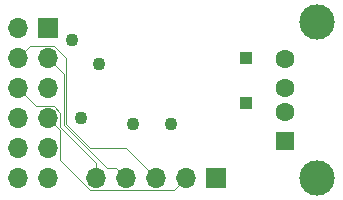
<source format=gbr>
G04 #@! TF.GenerationSoftware,KiCad,Pcbnew,5.1.6-c6e7f7d~86~ubuntu18.04.1*
G04 #@! TF.CreationDate,2021-05-10T21:06:11-07:00*
G04 #@! TF.ProjectId,usb_host_pmod,7573625f-686f-4737-945f-706d6f642e6b,rev?*
G04 #@! TF.SameCoordinates,Original*
G04 #@! TF.FileFunction,Copper,L4,Bot*
G04 #@! TF.FilePolarity,Positive*
%FSLAX46Y46*%
G04 Gerber Fmt 4.6, Leading zero omitted, Abs format (unit mm)*
G04 Created by KiCad (PCBNEW 5.1.6-c6e7f7d~86~ubuntu18.04.1) date 2021-05-10 21:06:11*
%MOMM*%
%LPD*%
G01*
G04 APERTURE LIST*
G04 #@! TA.AperFunction,ComponentPad*
%ADD10R,1.000000X1.000000*%
G04 #@! TD*
G04 #@! TA.AperFunction,ComponentPad*
%ADD11C,1.600000*%
G04 #@! TD*
G04 #@! TA.AperFunction,ComponentPad*
%ADD12R,1.600000X1.600000*%
G04 #@! TD*
G04 #@! TA.AperFunction,ComponentPad*
%ADD13C,3.000000*%
G04 #@! TD*
G04 #@! TA.AperFunction,ComponentPad*
%ADD14O,1.700000X1.700000*%
G04 #@! TD*
G04 #@! TA.AperFunction,ComponentPad*
%ADD15R,1.700000X1.700000*%
G04 #@! TD*
G04 #@! TA.AperFunction,ViaPad*
%ADD16C,1.100000*%
G04 #@! TD*
G04 #@! TA.AperFunction,Conductor*
%ADD17C,0.088900*%
G04 #@! TD*
G04 APERTURE END LIST*
D10*
X103124000Y-96520000D03*
X103124000Y-100330000D03*
D11*
X106426000Y-96542000D03*
X106426000Y-99042000D03*
X106426000Y-101042000D03*
D12*
X106426000Y-103542000D03*
D13*
X109136000Y-106612000D03*
X109136000Y-93472000D03*
D14*
X90424000Y-106680000D03*
X92964000Y-106680000D03*
X95504000Y-106680000D03*
X98044000Y-106680000D03*
D15*
X100584000Y-106680000D03*
D14*
X83820000Y-106680000D03*
X86360000Y-106680000D03*
X83820000Y-104140000D03*
X86360000Y-104140000D03*
X83820000Y-101600000D03*
X86360000Y-101600000D03*
X83820000Y-99060000D03*
X86360000Y-99060000D03*
X83820000Y-96520000D03*
X86360000Y-96520000D03*
X83820000Y-93980000D03*
D15*
X86360000Y-93980000D03*
D16*
X90678000Y-97028000D03*
X88392000Y-94996000D03*
X96774000Y-102108000D03*
X93512540Y-102044500D03*
X89154000Y-101600000D03*
D17*
X89933703Y-107701451D02*
X87381451Y-105149199D01*
X97022549Y-107701451D02*
X89933703Y-107701451D01*
X98044000Y-106680000D02*
X97022549Y-107701451D01*
X87381451Y-102621451D02*
X86360000Y-101600000D01*
X87381451Y-105149199D02*
X87381451Y-102621451D01*
X86850297Y-100578549D02*
X85338549Y-100578549D01*
X90424000Y-106680000D02*
X90424000Y-105358656D01*
X90424000Y-105358656D02*
X87381451Y-102316107D01*
X87381451Y-102316107D02*
X87381451Y-101109703D01*
X87381451Y-101109703D02*
X86850297Y-100578549D01*
X85338549Y-100578549D02*
X83820000Y-99060000D01*
X92114001Y-105830001D02*
X91300657Y-105830001D01*
X87668089Y-102197433D02*
X87668089Y-97828089D01*
X92964000Y-106680000D02*
X92114001Y-105830001D01*
X91300657Y-105830001D02*
X87668089Y-102197433D01*
X87668089Y-97828089D02*
X86360000Y-96520000D01*
X95504000Y-106680000D02*
X92964000Y-104140000D01*
X92964000Y-104140000D02*
X89916000Y-104140000D01*
X89916000Y-104140000D02*
X87884000Y-102108000D01*
X84841451Y-95498549D02*
X83820000Y-96520000D01*
X86850297Y-95498549D02*
X84841451Y-95498549D01*
X87884000Y-96532252D02*
X86850297Y-95498549D01*
X87884000Y-102108000D02*
X87884000Y-96532252D01*
M02*

</source>
